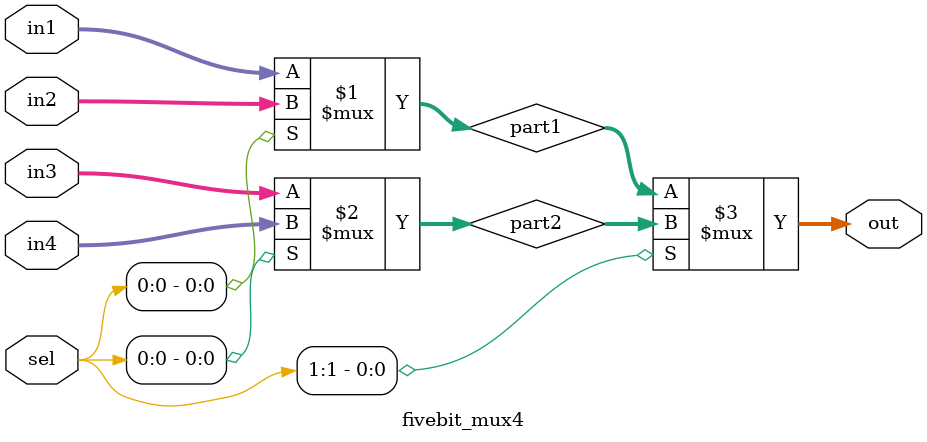
<source format=v>
module fivebit_mux4(out, in1, in2, in3, in4, sel);
    input [4:0] in1, in2, in3, in4;
        //in1 = 00
        //in2 = 01
        //in3 = 10
        //in4 = 11
    input [1:0] sel;
    output [4:0] out;

    wire [4:0] part1, part2;

    assign part1 = sel[0] ? in2 : in1;
    assign part2 = sel[0] ? in4 : in3;

    assign out = sel[1] ? part2 : part1;

endmodule
</source>
